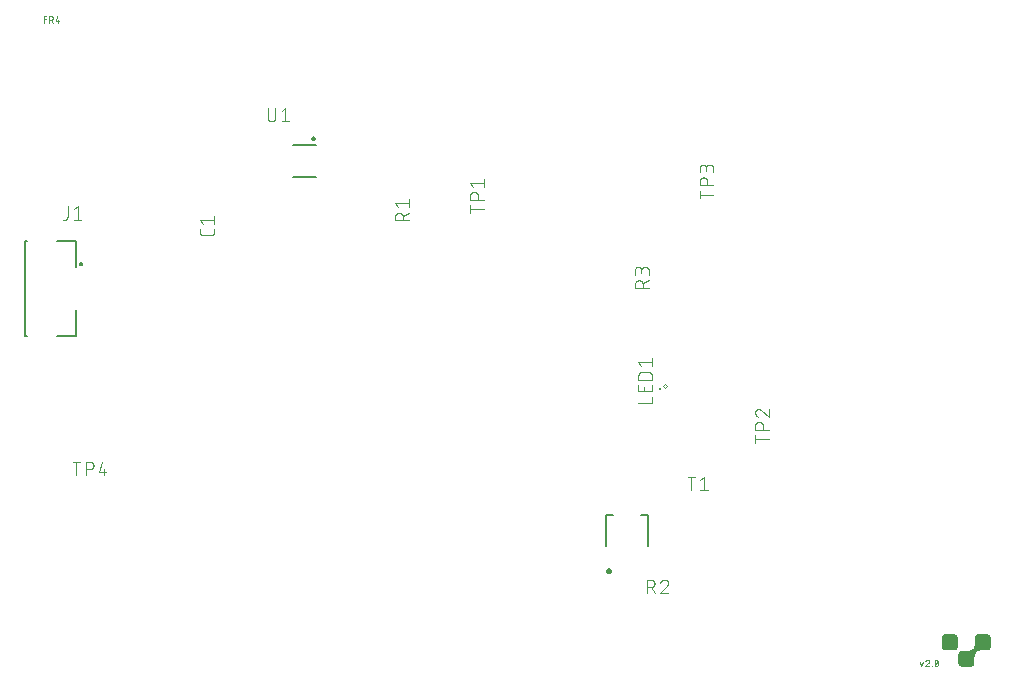
<source format=gto>
G04 EAGLE Gerber RS-274X export*
G75*
%MOMM*%
%FSLAX34Y34*%
%LPD*%
%INSilkscreen Top*%
%IPPOS*%
%AMOC8*
5,1,8,0,0,1.08239X$1,22.5*%
G01*
%ADD10C,0.076200*%
%ADD11C,0.200000*%
%ADD12C,0.127000*%
%ADD13C,0.101600*%
%ADD14C,0.240000*%
%ADD15C,0.063400*%
%ADD16C,0.250000*%

G36*
X805511Y10135D02*
X805511Y10135D01*
X805540Y10133D01*
X806197Y10220D01*
X806233Y10233D01*
X806293Y10245D01*
X806906Y10499D01*
X806936Y10521D01*
X806991Y10549D01*
X807518Y10952D01*
X807542Y10982D01*
X807588Y11022D01*
X807991Y11549D01*
X808007Y11583D01*
X808041Y11635D01*
X808295Y12247D01*
X808301Y12285D01*
X808319Y12338D01*
X808319Y12339D01*
X808320Y12343D01*
X808407Y13000D01*
X808405Y13022D01*
X808410Y13050D01*
X808410Y18111D01*
X808527Y19294D01*
X808866Y20414D01*
X809418Y21446D01*
X810160Y22350D01*
X811064Y23092D01*
X812096Y23644D01*
X813216Y23983D01*
X814399Y24100D01*
X819460Y24100D01*
X819481Y24105D01*
X819510Y24103D01*
X820167Y24190D01*
X820203Y24203D01*
X820263Y24215D01*
X820876Y24469D01*
X820906Y24491D01*
X820961Y24519D01*
X821488Y24922D01*
X821512Y24952D01*
X821558Y24992D01*
X821961Y25519D01*
X821977Y25553D01*
X822011Y25605D01*
X822265Y26217D01*
X822271Y26255D01*
X822290Y26313D01*
X822377Y26970D01*
X822375Y26992D01*
X822380Y27020D01*
X822380Y34640D01*
X822375Y34661D01*
X822377Y34690D01*
X822290Y35347D01*
X822277Y35383D01*
X822265Y35443D01*
X822011Y36056D01*
X821989Y36086D01*
X821961Y36141D01*
X821558Y36668D01*
X821528Y36692D01*
X821488Y36738D01*
X820961Y37141D01*
X820927Y37157D01*
X820876Y37191D01*
X820263Y37445D01*
X820226Y37451D01*
X820167Y37470D01*
X819510Y37557D01*
X819488Y37555D01*
X819460Y37560D01*
X811840Y37560D01*
X811819Y37555D01*
X811790Y37557D01*
X811133Y37470D01*
X811097Y37457D01*
X811037Y37445D01*
X810425Y37191D01*
X810394Y37169D01*
X810339Y37141D01*
X809812Y36738D01*
X809788Y36708D01*
X809742Y36668D01*
X809339Y36141D01*
X809323Y36107D01*
X809289Y36056D01*
X809035Y35443D01*
X809029Y35406D01*
X809010Y35347D01*
X808923Y34690D01*
X808925Y34668D01*
X808920Y34640D01*
X808920Y29579D01*
X808803Y28396D01*
X808464Y27276D01*
X807912Y26244D01*
X807170Y25340D01*
X806266Y24598D01*
X805234Y24046D01*
X804114Y23707D01*
X802931Y23590D01*
X797870Y23590D01*
X797849Y23585D01*
X797820Y23587D01*
X797163Y23500D01*
X797127Y23487D01*
X797067Y23475D01*
X796455Y23221D01*
X796424Y23199D01*
X796369Y23171D01*
X795842Y22768D01*
X795818Y22738D01*
X795772Y22698D01*
X795369Y22171D01*
X795353Y22137D01*
X795319Y22086D01*
X795065Y21473D01*
X795059Y21436D01*
X795040Y21377D01*
X794953Y20720D01*
X794955Y20698D01*
X794950Y20670D01*
X794950Y13050D01*
X794955Y13029D01*
X794953Y13000D01*
X795040Y12343D01*
X795047Y12323D01*
X795047Y12311D01*
X795055Y12296D01*
X795065Y12247D01*
X795319Y11635D01*
X795341Y11604D01*
X795369Y11549D01*
X795772Y11022D01*
X795777Y11019D01*
X795777Y11018D01*
X795784Y11013D01*
X795802Y10998D01*
X795842Y10952D01*
X796369Y10549D01*
X796403Y10533D01*
X796455Y10499D01*
X797067Y10245D01*
X797105Y10239D01*
X797163Y10220D01*
X797820Y10133D01*
X797842Y10135D01*
X797870Y10130D01*
X805490Y10130D01*
X805511Y10135D01*
G37*
G36*
X791541Y24105D02*
X791541Y24105D01*
X791570Y24103D01*
X792227Y24190D01*
X792263Y24203D01*
X792323Y24215D01*
X792936Y24469D01*
X792966Y24491D01*
X793021Y24519D01*
X793548Y24922D01*
X793572Y24952D01*
X793618Y24992D01*
X794021Y25519D01*
X794037Y25553D01*
X794071Y25605D01*
X794325Y26217D01*
X794331Y26255D01*
X794349Y26307D01*
X794349Y26309D01*
X794350Y26313D01*
X794437Y26970D01*
X794435Y26992D01*
X794440Y27020D01*
X794440Y34640D01*
X794435Y34661D01*
X794437Y34690D01*
X794350Y35347D01*
X794337Y35383D01*
X794325Y35443D01*
X794071Y36056D01*
X794049Y36086D01*
X794021Y36141D01*
X793618Y36668D01*
X793588Y36692D01*
X793548Y36738D01*
X793021Y37141D01*
X792987Y37157D01*
X792936Y37191D01*
X792323Y37445D01*
X792286Y37451D01*
X792227Y37470D01*
X791570Y37557D01*
X791548Y37555D01*
X791520Y37560D01*
X783900Y37560D01*
X783879Y37555D01*
X783850Y37557D01*
X783193Y37470D01*
X783157Y37457D01*
X783097Y37445D01*
X782485Y37191D01*
X782454Y37169D01*
X782399Y37141D01*
X781872Y36738D01*
X781848Y36708D01*
X781802Y36668D01*
X781399Y36141D01*
X781383Y36107D01*
X781349Y36056D01*
X781095Y35443D01*
X781089Y35406D01*
X781070Y35347D01*
X780983Y34690D01*
X780985Y34668D01*
X780980Y34640D01*
X780980Y27020D01*
X780985Y26999D01*
X780983Y26970D01*
X781070Y26313D01*
X781077Y26293D01*
X781077Y26281D01*
X781085Y26266D01*
X781095Y26217D01*
X781349Y25605D01*
X781371Y25574D01*
X781399Y25519D01*
X781802Y24992D01*
X781807Y24989D01*
X781807Y24988D01*
X781814Y24983D01*
X781832Y24968D01*
X781872Y24922D01*
X782399Y24519D01*
X782433Y24503D01*
X782485Y24469D01*
X783097Y24215D01*
X783135Y24209D01*
X783193Y24190D01*
X783850Y24103D01*
X783872Y24105D01*
X783900Y24100D01*
X791520Y24100D01*
X791541Y24105D01*
G37*
D10*
X762381Y13937D02*
X763566Y10381D01*
X764752Y13937D01*
X768652Y15715D02*
X768724Y15713D01*
X768796Y15707D01*
X768868Y15697D01*
X768939Y15684D01*
X769009Y15666D01*
X769078Y15645D01*
X769146Y15620D01*
X769212Y15592D01*
X769277Y15560D01*
X769340Y15524D01*
X769401Y15485D01*
X769459Y15443D01*
X769516Y15398D01*
X769569Y15349D01*
X769620Y15298D01*
X769669Y15245D01*
X769714Y15188D01*
X769756Y15130D01*
X769795Y15069D01*
X769831Y15006D01*
X769863Y14941D01*
X769891Y14875D01*
X769916Y14807D01*
X769937Y14738D01*
X769955Y14668D01*
X769968Y14597D01*
X769978Y14525D01*
X769984Y14453D01*
X769986Y14381D01*
X768652Y15715D02*
X768572Y15713D01*
X768493Y15708D01*
X768413Y15698D01*
X768335Y15685D01*
X768257Y15669D01*
X768179Y15649D01*
X768103Y15625D01*
X768028Y15597D01*
X767955Y15567D01*
X767883Y15533D01*
X767812Y15495D01*
X767744Y15454D01*
X767677Y15410D01*
X767612Y15364D01*
X767550Y15314D01*
X767490Y15261D01*
X767433Y15205D01*
X767378Y15147D01*
X767326Y15087D01*
X767277Y15024D01*
X767231Y14959D01*
X767188Y14892D01*
X767148Y14823D01*
X767112Y14752D01*
X767078Y14679D01*
X767049Y14605D01*
X767022Y14530D01*
X769541Y13344D02*
X769592Y13395D01*
X769640Y13449D01*
X769686Y13505D01*
X769729Y13564D01*
X769769Y13624D01*
X769805Y13687D01*
X769839Y13751D01*
X769869Y13817D01*
X769896Y13884D01*
X769919Y13953D01*
X769939Y14022D01*
X769956Y14093D01*
X769969Y14164D01*
X769978Y14236D01*
X769983Y14309D01*
X769985Y14381D01*
X769541Y13344D02*
X767022Y10381D01*
X769986Y10381D01*
X772196Y10381D02*
X772196Y10677D01*
X772493Y10677D01*
X772493Y10381D01*
X772196Y10381D01*
X774703Y13048D02*
X774705Y13173D01*
X774710Y13297D01*
X774719Y13421D01*
X774731Y13545D01*
X774747Y13669D01*
X774766Y13792D01*
X774789Y13915D01*
X774816Y14037D01*
X774845Y14158D01*
X774878Y14278D01*
X774915Y14397D01*
X774955Y14515D01*
X774998Y14632D01*
X775045Y14747D01*
X775095Y14862D01*
X775148Y14974D01*
X775171Y15035D01*
X775197Y15094D01*
X775227Y15152D01*
X775260Y15207D01*
X775297Y15261D01*
X775336Y15312D01*
X775378Y15361D01*
X775424Y15407D01*
X775472Y15451D01*
X775522Y15492D01*
X775575Y15529D01*
X775629Y15564D01*
X775686Y15595D01*
X775745Y15623D01*
X775805Y15647D01*
X775866Y15668D01*
X775928Y15685D01*
X775992Y15698D01*
X776056Y15707D01*
X776120Y15713D01*
X776185Y15715D01*
X776250Y15713D01*
X776314Y15707D01*
X776378Y15698D01*
X776442Y15685D01*
X776504Y15668D01*
X776565Y15647D01*
X776625Y15623D01*
X776684Y15595D01*
X776741Y15564D01*
X776795Y15529D01*
X776848Y15492D01*
X776898Y15451D01*
X776946Y15407D01*
X776992Y15361D01*
X777034Y15312D01*
X777073Y15261D01*
X777110Y15207D01*
X777143Y15152D01*
X777173Y15094D01*
X777199Y15035D01*
X777222Y14974D01*
X777275Y14862D01*
X777325Y14747D01*
X777372Y14632D01*
X777415Y14515D01*
X777455Y14397D01*
X777492Y14278D01*
X777525Y14158D01*
X777554Y14037D01*
X777581Y13915D01*
X777604Y13792D01*
X777623Y13669D01*
X777639Y13545D01*
X777651Y13421D01*
X777660Y13297D01*
X777665Y13173D01*
X777667Y13048D01*
X774703Y13048D02*
X774705Y12923D01*
X774710Y12799D01*
X774719Y12675D01*
X774731Y12551D01*
X774747Y12427D01*
X774766Y12304D01*
X774789Y12181D01*
X774816Y12060D01*
X774845Y11939D01*
X774878Y11818D01*
X774915Y11699D01*
X774955Y11581D01*
X774998Y11464D01*
X775045Y11349D01*
X775095Y11234D01*
X775148Y11122D01*
X775171Y11061D01*
X775197Y11002D01*
X775227Y10944D01*
X775260Y10889D01*
X775297Y10835D01*
X775336Y10784D01*
X775378Y10735D01*
X775424Y10689D01*
X775472Y10645D01*
X775522Y10604D01*
X775575Y10567D01*
X775629Y10532D01*
X775686Y10501D01*
X775745Y10473D01*
X775805Y10449D01*
X775866Y10428D01*
X775928Y10411D01*
X775992Y10398D01*
X776056Y10389D01*
X776120Y10383D01*
X776185Y10381D01*
X777222Y11122D02*
X777275Y11234D01*
X777325Y11349D01*
X777372Y11464D01*
X777415Y11581D01*
X777455Y11699D01*
X777492Y11818D01*
X777525Y11939D01*
X777554Y12060D01*
X777581Y12181D01*
X777604Y12304D01*
X777623Y12427D01*
X777639Y12551D01*
X777651Y12675D01*
X777660Y12799D01*
X777665Y12923D01*
X777667Y13048D01*
X777222Y11122D02*
X777199Y11061D01*
X777173Y11002D01*
X777143Y10944D01*
X777110Y10889D01*
X777073Y10835D01*
X777034Y10784D01*
X776992Y10735D01*
X776946Y10689D01*
X776898Y10645D01*
X776848Y10604D01*
X776795Y10567D01*
X776741Y10532D01*
X776684Y10501D01*
X776625Y10473D01*
X776565Y10449D01*
X776504Y10428D01*
X776442Y10411D01*
X776378Y10398D01*
X776314Y10389D01*
X776250Y10383D01*
X776185Y10381D01*
X775000Y11566D02*
X777370Y14530D01*
X20381Y555333D02*
X20381Y560667D01*
X22752Y560667D01*
X22752Y558296D02*
X20381Y558296D01*
X25167Y560667D02*
X25167Y555333D01*
X25167Y560667D02*
X26649Y560667D01*
X26725Y560665D01*
X26801Y560659D01*
X26877Y560649D01*
X26952Y560636D01*
X27026Y560618D01*
X27100Y560597D01*
X27172Y560572D01*
X27242Y560543D01*
X27312Y560511D01*
X27379Y560475D01*
X27444Y560435D01*
X27508Y560393D01*
X27569Y560347D01*
X27627Y560298D01*
X27683Y560246D01*
X27737Y560192D01*
X27787Y560134D01*
X27834Y560075D01*
X27879Y560012D01*
X27920Y559948D01*
X27957Y559882D01*
X27991Y559813D01*
X28022Y559743D01*
X28049Y559672D01*
X28072Y559599D01*
X28091Y559525D01*
X28107Y559451D01*
X28119Y559375D01*
X28127Y559299D01*
X28131Y559223D01*
X28131Y559147D01*
X28127Y559071D01*
X28119Y558995D01*
X28107Y558919D01*
X28091Y558845D01*
X28072Y558771D01*
X28049Y558698D01*
X28022Y558627D01*
X27991Y558557D01*
X27957Y558488D01*
X27920Y558422D01*
X27879Y558358D01*
X27834Y558295D01*
X27787Y558236D01*
X27737Y558178D01*
X27683Y558124D01*
X27627Y558072D01*
X27569Y558023D01*
X27508Y557977D01*
X27444Y557935D01*
X27379Y557895D01*
X27312Y557859D01*
X27242Y557827D01*
X27172Y557798D01*
X27100Y557773D01*
X27026Y557752D01*
X26952Y557734D01*
X26877Y557721D01*
X26801Y557711D01*
X26725Y557705D01*
X26649Y557703D01*
X26649Y557704D02*
X25167Y557704D01*
X26945Y557704D02*
X28131Y555333D01*
X30608Y556518D02*
X31794Y560667D01*
X30608Y556518D02*
X33572Y556518D01*
X32683Y555333D02*
X32683Y557704D01*
D11*
X247998Y457285D02*
X248000Y457348D01*
X248006Y457410D01*
X248016Y457472D01*
X248029Y457534D01*
X248047Y457594D01*
X248068Y457653D01*
X248093Y457711D01*
X248122Y457767D01*
X248154Y457821D01*
X248189Y457873D01*
X248227Y457922D01*
X248269Y457970D01*
X248313Y458014D01*
X248361Y458056D01*
X248410Y458094D01*
X248462Y458129D01*
X248516Y458161D01*
X248572Y458190D01*
X248630Y458215D01*
X248689Y458236D01*
X248749Y458254D01*
X248811Y458267D01*
X248873Y458277D01*
X248935Y458283D01*
X248998Y458285D01*
X249061Y458283D01*
X249123Y458277D01*
X249185Y458267D01*
X249247Y458254D01*
X249307Y458236D01*
X249366Y458215D01*
X249424Y458190D01*
X249480Y458161D01*
X249534Y458129D01*
X249586Y458094D01*
X249635Y458056D01*
X249683Y458014D01*
X249727Y457970D01*
X249769Y457922D01*
X249807Y457873D01*
X249842Y457821D01*
X249874Y457767D01*
X249903Y457711D01*
X249928Y457653D01*
X249949Y457594D01*
X249967Y457534D01*
X249980Y457472D01*
X249990Y457410D01*
X249996Y457348D01*
X249998Y457285D01*
X249996Y457222D01*
X249990Y457160D01*
X249980Y457098D01*
X249967Y457036D01*
X249949Y456976D01*
X249928Y456917D01*
X249903Y456859D01*
X249874Y456803D01*
X249842Y456749D01*
X249807Y456697D01*
X249769Y456648D01*
X249727Y456600D01*
X249683Y456556D01*
X249635Y456514D01*
X249586Y456476D01*
X249534Y456441D01*
X249480Y456409D01*
X249424Y456380D01*
X249366Y456355D01*
X249307Y456334D01*
X249247Y456316D01*
X249185Y456303D01*
X249123Y456293D01*
X249061Y456287D01*
X248998Y456285D01*
X248935Y456287D01*
X248873Y456293D01*
X248811Y456303D01*
X248749Y456316D01*
X248689Y456334D01*
X248630Y456355D01*
X248572Y456380D01*
X248516Y456409D01*
X248462Y456441D01*
X248410Y456476D01*
X248361Y456514D01*
X248313Y456556D01*
X248269Y456600D01*
X248227Y456648D01*
X248189Y456697D01*
X248154Y456749D01*
X248122Y456803D01*
X248093Y456859D01*
X248068Y456917D01*
X248047Y456976D01*
X248029Y457036D01*
X248016Y457098D01*
X248006Y457160D01*
X248000Y457222D01*
X247998Y457285D01*
D12*
X251300Y451850D02*
X231300Y451850D01*
X231300Y424450D02*
X251300Y424450D01*
D13*
X210058Y474924D02*
X210058Y483362D01*
X210058Y474924D02*
X210060Y474811D01*
X210066Y474698D01*
X210076Y474585D01*
X210090Y474472D01*
X210107Y474360D01*
X210129Y474249D01*
X210154Y474139D01*
X210184Y474029D01*
X210217Y473921D01*
X210254Y473814D01*
X210294Y473708D01*
X210339Y473604D01*
X210387Y473501D01*
X210438Y473400D01*
X210493Y473301D01*
X210551Y473204D01*
X210613Y473109D01*
X210678Y473016D01*
X210746Y472926D01*
X210817Y472838D01*
X210892Y472752D01*
X210969Y472669D01*
X211049Y472589D01*
X211132Y472512D01*
X211218Y472437D01*
X211306Y472366D01*
X211396Y472298D01*
X211489Y472233D01*
X211584Y472171D01*
X211681Y472113D01*
X211780Y472058D01*
X211881Y472007D01*
X211984Y471959D01*
X212088Y471914D01*
X212194Y471874D01*
X212301Y471837D01*
X212409Y471804D01*
X212519Y471774D01*
X212629Y471749D01*
X212740Y471727D01*
X212852Y471710D01*
X212965Y471696D01*
X213078Y471686D01*
X213191Y471680D01*
X213304Y471678D01*
X213417Y471680D01*
X213530Y471686D01*
X213643Y471696D01*
X213756Y471710D01*
X213868Y471727D01*
X213979Y471749D01*
X214089Y471774D01*
X214199Y471804D01*
X214307Y471837D01*
X214414Y471874D01*
X214520Y471914D01*
X214624Y471959D01*
X214727Y472007D01*
X214828Y472058D01*
X214927Y472113D01*
X215024Y472171D01*
X215119Y472233D01*
X215212Y472298D01*
X215302Y472366D01*
X215390Y472437D01*
X215476Y472512D01*
X215559Y472589D01*
X215639Y472669D01*
X215716Y472752D01*
X215791Y472838D01*
X215862Y472926D01*
X215930Y473016D01*
X215995Y473109D01*
X216057Y473204D01*
X216115Y473301D01*
X216170Y473400D01*
X216221Y473501D01*
X216269Y473604D01*
X216314Y473708D01*
X216354Y473814D01*
X216391Y473921D01*
X216424Y474029D01*
X216454Y474139D01*
X216479Y474249D01*
X216501Y474360D01*
X216518Y474472D01*
X216532Y474585D01*
X216542Y474698D01*
X216548Y474811D01*
X216550Y474924D01*
X216549Y474924D02*
X216549Y483362D01*
X221869Y480766D02*
X225115Y483362D01*
X225115Y471678D01*
X228360Y471678D02*
X221869Y471678D01*
X318008Y387858D02*
X329692Y387858D01*
X318008Y387858D02*
X318008Y391104D01*
X318010Y391217D01*
X318016Y391330D01*
X318026Y391443D01*
X318040Y391556D01*
X318057Y391668D01*
X318079Y391779D01*
X318104Y391889D01*
X318134Y391999D01*
X318167Y392107D01*
X318204Y392214D01*
X318244Y392320D01*
X318289Y392424D01*
X318337Y392527D01*
X318388Y392628D01*
X318443Y392727D01*
X318501Y392824D01*
X318563Y392919D01*
X318628Y393012D01*
X318696Y393102D01*
X318767Y393190D01*
X318842Y393276D01*
X318919Y393359D01*
X318999Y393439D01*
X319082Y393516D01*
X319168Y393591D01*
X319256Y393662D01*
X319346Y393730D01*
X319439Y393795D01*
X319534Y393857D01*
X319631Y393915D01*
X319730Y393970D01*
X319831Y394021D01*
X319934Y394069D01*
X320038Y394114D01*
X320144Y394154D01*
X320251Y394191D01*
X320359Y394224D01*
X320469Y394254D01*
X320579Y394279D01*
X320690Y394301D01*
X320802Y394318D01*
X320915Y394332D01*
X321028Y394342D01*
X321141Y394348D01*
X321254Y394350D01*
X321367Y394348D01*
X321480Y394342D01*
X321593Y394332D01*
X321706Y394318D01*
X321818Y394301D01*
X321929Y394279D01*
X322039Y394254D01*
X322149Y394224D01*
X322257Y394191D01*
X322364Y394154D01*
X322470Y394114D01*
X322574Y394069D01*
X322677Y394021D01*
X322778Y393970D01*
X322877Y393915D01*
X322974Y393857D01*
X323069Y393795D01*
X323162Y393730D01*
X323252Y393662D01*
X323340Y393591D01*
X323426Y393516D01*
X323509Y393439D01*
X323589Y393359D01*
X323666Y393276D01*
X323741Y393190D01*
X323812Y393102D01*
X323880Y393012D01*
X323945Y392919D01*
X324007Y392824D01*
X324065Y392727D01*
X324120Y392628D01*
X324171Y392527D01*
X324219Y392424D01*
X324264Y392320D01*
X324304Y392214D01*
X324341Y392107D01*
X324374Y391999D01*
X324404Y391889D01*
X324429Y391779D01*
X324451Y391668D01*
X324468Y391556D01*
X324482Y391443D01*
X324492Y391330D01*
X324498Y391217D01*
X324500Y391104D01*
X324499Y391104D02*
X324499Y387858D01*
X324499Y391753D02*
X329692Y394349D01*
X320604Y399214D02*
X318008Y402460D01*
X329692Y402460D01*
X329692Y405705D02*
X329692Y399214D01*
X164592Y380351D02*
X164592Y377754D01*
X164590Y377655D01*
X164584Y377555D01*
X164575Y377456D01*
X164562Y377358D01*
X164545Y377260D01*
X164524Y377162D01*
X164499Y377066D01*
X164471Y376971D01*
X164439Y376877D01*
X164404Y376784D01*
X164365Y376692D01*
X164322Y376602D01*
X164277Y376514D01*
X164227Y376427D01*
X164175Y376343D01*
X164119Y376260D01*
X164061Y376180D01*
X163999Y376102D01*
X163934Y376027D01*
X163866Y375954D01*
X163796Y375884D01*
X163723Y375816D01*
X163648Y375751D01*
X163570Y375689D01*
X163490Y375631D01*
X163407Y375575D01*
X163323Y375523D01*
X163236Y375473D01*
X163148Y375428D01*
X163058Y375385D01*
X162966Y375346D01*
X162873Y375311D01*
X162779Y375279D01*
X162684Y375251D01*
X162588Y375226D01*
X162490Y375205D01*
X162392Y375188D01*
X162294Y375175D01*
X162195Y375166D01*
X162095Y375160D01*
X161996Y375158D01*
X155504Y375158D01*
X155405Y375160D01*
X155305Y375166D01*
X155206Y375175D01*
X155108Y375188D01*
X155010Y375206D01*
X154912Y375226D01*
X154816Y375251D01*
X154720Y375279D01*
X154626Y375311D01*
X154533Y375346D01*
X154442Y375385D01*
X154352Y375428D01*
X154263Y375473D01*
X154177Y375523D01*
X154092Y375575D01*
X154010Y375631D01*
X153930Y375690D01*
X153852Y375751D01*
X153776Y375816D01*
X153703Y375884D01*
X153633Y375954D01*
X153565Y376027D01*
X153500Y376103D01*
X153439Y376181D01*
X153380Y376261D01*
X153324Y376343D01*
X153272Y376428D01*
X153223Y376514D01*
X153177Y376603D01*
X153134Y376693D01*
X153095Y376784D01*
X153060Y376877D01*
X153028Y376971D01*
X153000Y377067D01*
X152975Y377163D01*
X152955Y377261D01*
X152937Y377359D01*
X152924Y377457D01*
X152915Y377556D01*
X152909Y377655D01*
X152907Y377755D01*
X152908Y377754D02*
X152908Y380351D01*
X155504Y384716D02*
X152908Y387962D01*
X164592Y387962D01*
X164592Y391207D02*
X164592Y384716D01*
D12*
X496350Y138650D02*
X496350Y112150D01*
X496350Y138650D02*
X502350Y138650D01*
X532350Y138650D02*
X532350Y112150D01*
X532350Y138650D02*
X526350Y138650D01*
D14*
X497570Y91193D02*
X497572Y91262D01*
X497578Y91331D01*
X497588Y91399D01*
X497602Y91467D01*
X497619Y91534D01*
X497641Y91600D01*
X497666Y91664D01*
X497695Y91727D01*
X497728Y91788D01*
X497764Y91847D01*
X497803Y91904D01*
X497846Y91958D01*
X497891Y92010D01*
X497940Y92060D01*
X497991Y92106D01*
X498045Y92149D01*
X498102Y92190D01*
X498160Y92226D01*
X498221Y92260D01*
X498283Y92290D01*
X498347Y92316D01*
X498412Y92338D01*
X498479Y92357D01*
X498547Y92372D01*
X498615Y92383D01*
X498684Y92390D01*
X498753Y92393D01*
X498822Y92392D01*
X498891Y92387D01*
X498959Y92378D01*
X499027Y92365D01*
X499094Y92348D01*
X499161Y92328D01*
X499225Y92303D01*
X499288Y92275D01*
X499350Y92244D01*
X499409Y92208D01*
X499467Y92170D01*
X499522Y92128D01*
X499575Y92083D01*
X499625Y92035D01*
X499672Y91985D01*
X499716Y91931D01*
X499757Y91876D01*
X499795Y91818D01*
X499829Y91758D01*
X499860Y91696D01*
X499887Y91632D01*
X499910Y91567D01*
X499930Y91501D01*
X499946Y91433D01*
X499958Y91365D01*
X499966Y91297D01*
X499970Y91228D01*
X499970Y91158D01*
X499966Y91089D01*
X499958Y91021D01*
X499946Y90953D01*
X499930Y90885D01*
X499910Y90819D01*
X499887Y90754D01*
X499860Y90690D01*
X499829Y90628D01*
X499795Y90568D01*
X499757Y90510D01*
X499716Y90455D01*
X499672Y90401D01*
X499625Y90351D01*
X499575Y90303D01*
X499522Y90258D01*
X499467Y90216D01*
X499409Y90178D01*
X499350Y90142D01*
X499288Y90111D01*
X499225Y90083D01*
X499161Y90058D01*
X499094Y90038D01*
X499027Y90021D01*
X498959Y90008D01*
X498891Y89999D01*
X498822Y89994D01*
X498753Y89993D01*
X498684Y89996D01*
X498615Y90003D01*
X498547Y90014D01*
X498479Y90029D01*
X498412Y90048D01*
X498347Y90070D01*
X498283Y90096D01*
X498221Y90126D01*
X498160Y90160D01*
X498102Y90196D01*
X498045Y90237D01*
X497991Y90280D01*
X497940Y90326D01*
X497891Y90376D01*
X497846Y90428D01*
X497803Y90482D01*
X497764Y90539D01*
X497728Y90598D01*
X497695Y90659D01*
X497666Y90722D01*
X497641Y90786D01*
X497619Y90852D01*
X497602Y90919D01*
X497588Y90987D01*
X497578Y91055D01*
X497572Y91124D01*
X497570Y91193D01*
D13*
X531154Y83708D02*
X531154Y72022D01*
X531154Y83708D02*
X534400Y83708D01*
X534513Y83706D01*
X534626Y83700D01*
X534739Y83690D01*
X534852Y83676D01*
X534964Y83659D01*
X535075Y83637D01*
X535185Y83612D01*
X535295Y83582D01*
X535403Y83549D01*
X535510Y83512D01*
X535616Y83472D01*
X535720Y83427D01*
X535823Y83379D01*
X535924Y83328D01*
X536023Y83273D01*
X536120Y83215D01*
X536215Y83153D01*
X536308Y83088D01*
X536398Y83020D01*
X536486Y82949D01*
X536572Y82874D01*
X536655Y82797D01*
X536735Y82717D01*
X536812Y82634D01*
X536887Y82548D01*
X536958Y82460D01*
X537026Y82370D01*
X537091Y82277D01*
X537153Y82182D01*
X537211Y82085D01*
X537266Y81986D01*
X537317Y81885D01*
X537365Y81782D01*
X537410Y81678D01*
X537450Y81572D01*
X537487Y81465D01*
X537520Y81357D01*
X537550Y81247D01*
X537575Y81137D01*
X537597Y81026D01*
X537614Y80914D01*
X537628Y80801D01*
X537638Y80688D01*
X537644Y80575D01*
X537646Y80462D01*
X537644Y80349D01*
X537638Y80236D01*
X537628Y80123D01*
X537614Y80010D01*
X537597Y79898D01*
X537575Y79787D01*
X537550Y79677D01*
X537520Y79567D01*
X537487Y79459D01*
X537450Y79352D01*
X537410Y79246D01*
X537365Y79142D01*
X537317Y79039D01*
X537266Y78938D01*
X537211Y78839D01*
X537153Y78742D01*
X537091Y78647D01*
X537026Y78554D01*
X536958Y78464D01*
X536887Y78376D01*
X536812Y78290D01*
X536735Y78207D01*
X536655Y78127D01*
X536572Y78050D01*
X536486Y77975D01*
X536398Y77904D01*
X536308Y77836D01*
X536215Y77771D01*
X536120Y77709D01*
X536023Y77651D01*
X535924Y77596D01*
X535823Y77545D01*
X535720Y77497D01*
X535616Y77452D01*
X535510Y77412D01*
X535403Y77375D01*
X535295Y77342D01*
X535185Y77312D01*
X535075Y77287D01*
X534964Y77265D01*
X534852Y77248D01*
X534739Y77234D01*
X534626Y77224D01*
X534513Y77218D01*
X534400Y77216D01*
X531154Y77216D01*
X535049Y77216D02*
X537646Y72022D01*
X549005Y80787D02*
X549003Y80894D01*
X548997Y81000D01*
X548987Y81107D01*
X548974Y81212D01*
X548956Y81318D01*
X548935Y81422D01*
X548910Y81526D01*
X548881Y81629D01*
X548848Y81730D01*
X548812Y81831D01*
X548772Y81930D01*
X548729Y82027D01*
X548682Y82123D01*
X548631Y82217D01*
X548577Y82309D01*
X548520Y82399D01*
X548459Y82487D01*
X548396Y82573D01*
X548329Y82656D01*
X548259Y82737D01*
X548187Y82815D01*
X548111Y82891D01*
X548033Y82963D01*
X547952Y83033D01*
X547869Y83100D01*
X547783Y83163D01*
X547695Y83224D01*
X547605Y83281D01*
X547513Y83335D01*
X547419Y83386D01*
X547323Y83433D01*
X547226Y83476D01*
X547127Y83516D01*
X547026Y83552D01*
X546925Y83585D01*
X546822Y83614D01*
X546718Y83639D01*
X546614Y83660D01*
X546508Y83678D01*
X546403Y83691D01*
X546296Y83701D01*
X546190Y83707D01*
X546083Y83709D01*
X546083Y83708D02*
X545962Y83706D01*
X545841Y83700D01*
X545721Y83690D01*
X545600Y83677D01*
X545481Y83659D01*
X545361Y83638D01*
X545243Y83613D01*
X545126Y83584D01*
X545009Y83551D01*
X544894Y83515D01*
X544780Y83474D01*
X544667Y83431D01*
X544555Y83383D01*
X544446Y83332D01*
X544338Y83277D01*
X544231Y83219D01*
X544127Y83158D01*
X544025Y83093D01*
X543925Y83025D01*
X543827Y82954D01*
X543731Y82880D01*
X543638Y82803D01*
X543548Y82722D01*
X543460Y82639D01*
X543375Y82553D01*
X543292Y82464D01*
X543213Y82373D01*
X543136Y82279D01*
X543063Y82183D01*
X542993Y82085D01*
X542926Y81984D01*
X542862Y81881D01*
X542802Y81776D01*
X542745Y81669D01*
X542691Y81561D01*
X542641Y81451D01*
X542595Y81339D01*
X542552Y81226D01*
X542513Y81111D01*
X548030Y78515D02*
X548109Y78592D01*
X548185Y78673D01*
X548258Y78755D01*
X548328Y78841D01*
X548395Y78929D01*
X548459Y79019D01*
X548519Y79111D01*
X548576Y79206D01*
X548630Y79302D01*
X548681Y79400D01*
X548728Y79500D01*
X548772Y79602D01*
X548812Y79705D01*
X548848Y79809D01*
X548880Y79915D01*
X548909Y80021D01*
X548934Y80129D01*
X548956Y80237D01*
X548973Y80347D01*
X548987Y80456D01*
X548996Y80566D01*
X549002Y80677D01*
X549004Y80787D01*
X548030Y78515D02*
X542512Y72022D01*
X549004Y72022D01*
X568904Y159258D02*
X568904Y170942D01*
X572149Y170942D02*
X565658Y170942D01*
X576326Y168346D02*
X579572Y170942D01*
X579572Y159258D01*
X582817Y159258D02*
X576326Y159258D01*
D15*
X546350Y245900D02*
X544600Y247650D01*
X546100Y249150D01*
X547850Y247400D01*
X546350Y245900D01*
D16*
X542100Y244900D03*
D13*
X535592Y233158D02*
X523908Y233158D01*
X535592Y233158D02*
X535592Y238351D01*
X535592Y243064D02*
X535592Y248257D01*
X535592Y243064D02*
X523908Y243064D01*
X523908Y248257D01*
X529101Y246959D02*
X529101Y243064D01*
X523908Y252947D02*
X535592Y252947D01*
X523908Y252947D02*
X523908Y256193D01*
X523910Y256306D01*
X523916Y256419D01*
X523926Y256532D01*
X523940Y256645D01*
X523957Y256757D01*
X523979Y256868D01*
X524004Y256978D01*
X524034Y257088D01*
X524067Y257196D01*
X524104Y257303D01*
X524144Y257409D01*
X524189Y257513D01*
X524237Y257616D01*
X524288Y257717D01*
X524343Y257816D01*
X524401Y257913D01*
X524463Y258008D01*
X524528Y258101D01*
X524596Y258191D01*
X524667Y258279D01*
X524742Y258365D01*
X524819Y258448D01*
X524899Y258528D01*
X524982Y258605D01*
X525068Y258680D01*
X525156Y258751D01*
X525246Y258819D01*
X525339Y258884D01*
X525434Y258946D01*
X525531Y259004D01*
X525630Y259059D01*
X525731Y259110D01*
X525834Y259158D01*
X525938Y259203D01*
X526044Y259243D01*
X526151Y259280D01*
X526259Y259313D01*
X526369Y259343D01*
X526479Y259368D01*
X526590Y259390D01*
X526702Y259407D01*
X526815Y259421D01*
X526928Y259431D01*
X527041Y259437D01*
X527154Y259439D01*
X532346Y259439D01*
X532459Y259437D01*
X532572Y259431D01*
X532685Y259421D01*
X532798Y259407D01*
X532910Y259390D01*
X533021Y259368D01*
X533131Y259343D01*
X533241Y259313D01*
X533349Y259280D01*
X533456Y259243D01*
X533562Y259203D01*
X533666Y259158D01*
X533769Y259110D01*
X533870Y259059D01*
X533969Y259004D01*
X534066Y258946D01*
X534161Y258884D01*
X534254Y258819D01*
X534344Y258751D01*
X534432Y258680D01*
X534518Y258605D01*
X534601Y258528D01*
X534681Y258448D01*
X534758Y258365D01*
X534833Y258279D01*
X534904Y258191D01*
X534972Y258101D01*
X535037Y258008D01*
X535099Y257913D01*
X535157Y257816D01*
X535212Y257717D01*
X535263Y257616D01*
X535311Y257513D01*
X535356Y257409D01*
X535396Y257303D01*
X535433Y257196D01*
X535466Y257088D01*
X535496Y256978D01*
X535521Y256868D01*
X535543Y256757D01*
X535560Y256645D01*
X535574Y256532D01*
X535584Y256419D01*
X535590Y256306D01*
X535592Y256193D01*
X535592Y252947D01*
X526504Y264758D02*
X523908Y268004D01*
X535592Y268004D01*
X535592Y271249D02*
X535592Y264758D01*
X532892Y330708D02*
X521208Y330708D01*
X521208Y333954D01*
X521210Y334067D01*
X521216Y334180D01*
X521226Y334293D01*
X521240Y334406D01*
X521257Y334518D01*
X521279Y334629D01*
X521304Y334739D01*
X521334Y334849D01*
X521367Y334957D01*
X521404Y335064D01*
X521444Y335170D01*
X521489Y335274D01*
X521537Y335377D01*
X521588Y335478D01*
X521643Y335577D01*
X521701Y335674D01*
X521763Y335769D01*
X521828Y335862D01*
X521896Y335952D01*
X521967Y336040D01*
X522042Y336126D01*
X522119Y336209D01*
X522199Y336289D01*
X522282Y336366D01*
X522368Y336441D01*
X522456Y336512D01*
X522546Y336580D01*
X522639Y336645D01*
X522734Y336707D01*
X522831Y336765D01*
X522930Y336820D01*
X523031Y336871D01*
X523134Y336919D01*
X523238Y336964D01*
X523344Y337004D01*
X523451Y337041D01*
X523559Y337074D01*
X523669Y337104D01*
X523779Y337129D01*
X523890Y337151D01*
X524002Y337168D01*
X524115Y337182D01*
X524228Y337192D01*
X524341Y337198D01*
X524454Y337200D01*
X524567Y337198D01*
X524680Y337192D01*
X524793Y337182D01*
X524906Y337168D01*
X525018Y337151D01*
X525129Y337129D01*
X525239Y337104D01*
X525349Y337074D01*
X525457Y337041D01*
X525564Y337004D01*
X525670Y336964D01*
X525774Y336919D01*
X525877Y336871D01*
X525978Y336820D01*
X526077Y336765D01*
X526174Y336707D01*
X526269Y336645D01*
X526362Y336580D01*
X526452Y336512D01*
X526540Y336441D01*
X526626Y336366D01*
X526709Y336289D01*
X526789Y336209D01*
X526866Y336126D01*
X526941Y336040D01*
X527012Y335952D01*
X527080Y335862D01*
X527145Y335769D01*
X527207Y335674D01*
X527265Y335577D01*
X527320Y335478D01*
X527371Y335377D01*
X527419Y335274D01*
X527464Y335170D01*
X527504Y335064D01*
X527541Y334957D01*
X527574Y334849D01*
X527604Y334739D01*
X527629Y334629D01*
X527651Y334518D01*
X527668Y334406D01*
X527682Y334293D01*
X527692Y334180D01*
X527698Y334067D01*
X527700Y333954D01*
X527699Y333954D02*
X527699Y330708D01*
X527699Y334603D02*
X532892Y337199D01*
X532892Y342064D02*
X532892Y345310D01*
X532890Y345423D01*
X532884Y345536D01*
X532874Y345649D01*
X532860Y345762D01*
X532843Y345874D01*
X532821Y345985D01*
X532796Y346095D01*
X532766Y346205D01*
X532733Y346313D01*
X532696Y346420D01*
X532656Y346526D01*
X532611Y346630D01*
X532563Y346733D01*
X532512Y346834D01*
X532457Y346933D01*
X532399Y347030D01*
X532337Y347125D01*
X532272Y347218D01*
X532204Y347308D01*
X532133Y347396D01*
X532058Y347482D01*
X531981Y347565D01*
X531901Y347645D01*
X531818Y347722D01*
X531732Y347797D01*
X531644Y347868D01*
X531554Y347936D01*
X531461Y348001D01*
X531366Y348063D01*
X531269Y348121D01*
X531170Y348176D01*
X531069Y348227D01*
X530966Y348275D01*
X530862Y348320D01*
X530756Y348360D01*
X530649Y348397D01*
X530541Y348430D01*
X530431Y348460D01*
X530321Y348485D01*
X530210Y348507D01*
X530098Y348524D01*
X529985Y348538D01*
X529872Y348548D01*
X529759Y348554D01*
X529646Y348556D01*
X529533Y348554D01*
X529420Y348548D01*
X529307Y348538D01*
X529194Y348524D01*
X529082Y348507D01*
X528971Y348485D01*
X528861Y348460D01*
X528751Y348430D01*
X528643Y348397D01*
X528536Y348360D01*
X528430Y348320D01*
X528326Y348275D01*
X528223Y348227D01*
X528122Y348176D01*
X528023Y348121D01*
X527926Y348063D01*
X527831Y348001D01*
X527738Y347936D01*
X527648Y347868D01*
X527560Y347797D01*
X527474Y347722D01*
X527391Y347645D01*
X527311Y347565D01*
X527234Y347482D01*
X527159Y347396D01*
X527088Y347308D01*
X527020Y347218D01*
X526955Y347125D01*
X526893Y347030D01*
X526835Y346933D01*
X526780Y346834D01*
X526729Y346733D01*
X526681Y346630D01*
X526636Y346526D01*
X526596Y346420D01*
X526559Y346313D01*
X526526Y346205D01*
X526496Y346095D01*
X526471Y345985D01*
X526449Y345874D01*
X526432Y345762D01*
X526418Y345649D01*
X526408Y345536D01*
X526402Y345423D01*
X526400Y345310D01*
X521208Y345959D02*
X521208Y342064D01*
X521208Y345959D02*
X521210Y346060D01*
X521216Y346160D01*
X521226Y346260D01*
X521239Y346360D01*
X521257Y346459D01*
X521278Y346558D01*
X521303Y346655D01*
X521332Y346752D01*
X521365Y346847D01*
X521401Y346941D01*
X521441Y347033D01*
X521484Y347124D01*
X521531Y347213D01*
X521581Y347300D01*
X521635Y347386D01*
X521692Y347469D01*
X521752Y347549D01*
X521815Y347628D01*
X521882Y347704D01*
X521951Y347777D01*
X522023Y347847D01*
X522097Y347915D01*
X522174Y347980D01*
X522254Y348041D01*
X522336Y348100D01*
X522420Y348155D01*
X522506Y348207D01*
X522594Y348256D01*
X522684Y348301D01*
X522776Y348343D01*
X522869Y348381D01*
X522964Y348415D01*
X523059Y348446D01*
X523156Y348473D01*
X523254Y348496D01*
X523353Y348516D01*
X523453Y348531D01*
X523553Y348543D01*
X523653Y348551D01*
X523754Y348555D01*
X523854Y348555D01*
X523955Y348551D01*
X524055Y348543D01*
X524155Y348531D01*
X524255Y348516D01*
X524354Y348496D01*
X524452Y348473D01*
X524549Y348446D01*
X524644Y348415D01*
X524739Y348381D01*
X524832Y348343D01*
X524924Y348301D01*
X525014Y348256D01*
X525102Y348207D01*
X525188Y348155D01*
X525272Y348100D01*
X525354Y348041D01*
X525434Y347980D01*
X525511Y347915D01*
X525585Y347847D01*
X525657Y347777D01*
X525726Y347704D01*
X525793Y347628D01*
X525856Y347549D01*
X525916Y347469D01*
X525973Y347386D01*
X526027Y347300D01*
X526077Y347213D01*
X526124Y347124D01*
X526167Y347033D01*
X526207Y346941D01*
X526243Y346847D01*
X526276Y346752D01*
X526305Y346655D01*
X526330Y346558D01*
X526351Y346459D01*
X526369Y346360D01*
X526382Y346260D01*
X526392Y346160D01*
X526398Y346060D01*
X526400Y345959D01*
X526401Y345959D02*
X526401Y343363D01*
D12*
X6350Y370700D02*
X4550Y370700D01*
X4550Y289700D01*
X6350Y289700D01*
X31750Y370700D02*
X47550Y370700D01*
X47550Y348400D01*
X47550Y312000D02*
X47550Y289700D01*
X31750Y289700D01*
D11*
X51050Y351200D02*
X51052Y351263D01*
X51058Y351325D01*
X51068Y351387D01*
X51081Y351449D01*
X51099Y351509D01*
X51120Y351568D01*
X51145Y351626D01*
X51174Y351682D01*
X51206Y351736D01*
X51241Y351788D01*
X51279Y351837D01*
X51321Y351885D01*
X51365Y351929D01*
X51413Y351971D01*
X51462Y352009D01*
X51514Y352044D01*
X51568Y352076D01*
X51624Y352105D01*
X51682Y352130D01*
X51741Y352151D01*
X51801Y352169D01*
X51863Y352182D01*
X51925Y352192D01*
X51987Y352198D01*
X52050Y352200D01*
X52113Y352198D01*
X52175Y352192D01*
X52237Y352182D01*
X52299Y352169D01*
X52359Y352151D01*
X52418Y352130D01*
X52476Y352105D01*
X52532Y352076D01*
X52586Y352044D01*
X52638Y352009D01*
X52687Y351971D01*
X52735Y351929D01*
X52779Y351885D01*
X52821Y351837D01*
X52859Y351788D01*
X52894Y351736D01*
X52926Y351682D01*
X52955Y351626D01*
X52980Y351568D01*
X53001Y351509D01*
X53019Y351449D01*
X53032Y351387D01*
X53042Y351325D01*
X53048Y351263D01*
X53050Y351200D01*
X53048Y351137D01*
X53042Y351075D01*
X53032Y351013D01*
X53019Y350951D01*
X53001Y350891D01*
X52980Y350832D01*
X52955Y350774D01*
X52926Y350718D01*
X52894Y350664D01*
X52859Y350612D01*
X52821Y350563D01*
X52779Y350515D01*
X52735Y350471D01*
X52687Y350429D01*
X52638Y350391D01*
X52586Y350356D01*
X52532Y350324D01*
X52476Y350295D01*
X52418Y350270D01*
X52359Y350249D01*
X52299Y350231D01*
X52237Y350218D01*
X52175Y350208D01*
X52113Y350202D01*
X52050Y350200D01*
X51987Y350202D01*
X51925Y350208D01*
X51863Y350218D01*
X51801Y350231D01*
X51741Y350249D01*
X51682Y350270D01*
X51624Y350295D01*
X51568Y350324D01*
X51514Y350356D01*
X51462Y350391D01*
X51413Y350429D01*
X51365Y350471D01*
X51321Y350515D01*
X51279Y350563D01*
X51241Y350612D01*
X51206Y350664D01*
X51174Y350718D01*
X51145Y350774D01*
X51120Y350832D01*
X51099Y350891D01*
X51081Y350951D01*
X51068Y351013D01*
X51058Y351075D01*
X51052Y351137D01*
X51050Y351200D01*
D13*
X40603Y390654D02*
X40603Y399742D01*
X40602Y390654D02*
X40600Y390555D01*
X40594Y390455D01*
X40585Y390356D01*
X40572Y390258D01*
X40555Y390160D01*
X40534Y390062D01*
X40509Y389966D01*
X40481Y389871D01*
X40449Y389777D01*
X40414Y389684D01*
X40375Y389592D01*
X40332Y389502D01*
X40287Y389414D01*
X40237Y389327D01*
X40185Y389243D01*
X40129Y389160D01*
X40071Y389080D01*
X40009Y389002D01*
X39944Y388927D01*
X39876Y388854D01*
X39806Y388784D01*
X39733Y388716D01*
X39658Y388651D01*
X39580Y388589D01*
X39500Y388531D01*
X39417Y388475D01*
X39333Y388423D01*
X39246Y388373D01*
X39158Y388328D01*
X39068Y388285D01*
X38976Y388246D01*
X38883Y388211D01*
X38789Y388179D01*
X38694Y388151D01*
X38598Y388126D01*
X38500Y388105D01*
X38402Y388088D01*
X38304Y388075D01*
X38205Y388066D01*
X38105Y388060D01*
X38006Y388058D01*
X36708Y388058D01*
X45876Y397146D02*
X49122Y399742D01*
X49122Y388058D01*
X52367Y388058D02*
X45876Y388058D01*
X575818Y409759D02*
X587502Y409759D01*
X575818Y406513D02*
X575818Y413004D01*
X575818Y417731D02*
X587502Y417731D01*
X575818Y417731D02*
X575818Y420977D01*
X575820Y421090D01*
X575826Y421203D01*
X575836Y421316D01*
X575850Y421429D01*
X575867Y421541D01*
X575889Y421652D01*
X575914Y421762D01*
X575944Y421872D01*
X575977Y421980D01*
X576014Y422087D01*
X576054Y422193D01*
X576099Y422297D01*
X576147Y422400D01*
X576198Y422501D01*
X576253Y422600D01*
X576311Y422697D01*
X576373Y422792D01*
X576438Y422885D01*
X576506Y422975D01*
X576577Y423063D01*
X576652Y423149D01*
X576729Y423232D01*
X576809Y423312D01*
X576892Y423389D01*
X576978Y423464D01*
X577066Y423535D01*
X577156Y423603D01*
X577249Y423668D01*
X577344Y423730D01*
X577441Y423788D01*
X577540Y423843D01*
X577641Y423894D01*
X577744Y423942D01*
X577848Y423987D01*
X577954Y424027D01*
X578061Y424064D01*
X578169Y424097D01*
X578279Y424127D01*
X578389Y424152D01*
X578500Y424174D01*
X578612Y424191D01*
X578725Y424205D01*
X578838Y424215D01*
X578951Y424221D01*
X579064Y424223D01*
X579177Y424221D01*
X579290Y424215D01*
X579403Y424205D01*
X579516Y424191D01*
X579628Y424174D01*
X579739Y424152D01*
X579849Y424127D01*
X579959Y424097D01*
X580067Y424064D01*
X580174Y424027D01*
X580280Y423987D01*
X580384Y423942D01*
X580487Y423894D01*
X580588Y423843D01*
X580687Y423788D01*
X580784Y423730D01*
X580879Y423668D01*
X580972Y423603D01*
X581062Y423535D01*
X581150Y423464D01*
X581236Y423389D01*
X581319Y423312D01*
X581399Y423232D01*
X581476Y423149D01*
X581551Y423063D01*
X581622Y422975D01*
X581690Y422885D01*
X581755Y422792D01*
X581817Y422697D01*
X581875Y422600D01*
X581930Y422501D01*
X581981Y422400D01*
X582029Y422297D01*
X582074Y422193D01*
X582114Y422087D01*
X582151Y421980D01*
X582184Y421872D01*
X582214Y421762D01*
X582239Y421652D01*
X582261Y421541D01*
X582278Y421429D01*
X582292Y421316D01*
X582302Y421203D01*
X582308Y421090D01*
X582310Y420977D01*
X582309Y420977D02*
X582309Y417731D01*
X587502Y428611D02*
X587502Y431856D01*
X587500Y431969D01*
X587494Y432082D01*
X587484Y432195D01*
X587470Y432308D01*
X587453Y432420D01*
X587431Y432531D01*
X587406Y432641D01*
X587376Y432751D01*
X587343Y432859D01*
X587306Y432966D01*
X587266Y433072D01*
X587221Y433176D01*
X587173Y433279D01*
X587122Y433380D01*
X587067Y433479D01*
X587009Y433576D01*
X586947Y433671D01*
X586882Y433764D01*
X586814Y433854D01*
X586743Y433942D01*
X586668Y434028D01*
X586591Y434111D01*
X586511Y434191D01*
X586428Y434268D01*
X586342Y434343D01*
X586254Y434414D01*
X586164Y434482D01*
X586071Y434547D01*
X585976Y434609D01*
X585879Y434667D01*
X585780Y434722D01*
X585679Y434773D01*
X585576Y434821D01*
X585472Y434866D01*
X585366Y434906D01*
X585259Y434943D01*
X585151Y434976D01*
X585041Y435006D01*
X584931Y435031D01*
X584820Y435053D01*
X584708Y435070D01*
X584595Y435084D01*
X584482Y435094D01*
X584369Y435100D01*
X584256Y435102D01*
X584143Y435100D01*
X584030Y435094D01*
X583917Y435084D01*
X583804Y435070D01*
X583692Y435053D01*
X583581Y435031D01*
X583471Y435006D01*
X583361Y434976D01*
X583253Y434943D01*
X583146Y434906D01*
X583040Y434866D01*
X582936Y434821D01*
X582833Y434773D01*
X582732Y434722D01*
X582633Y434667D01*
X582536Y434609D01*
X582441Y434547D01*
X582348Y434482D01*
X582258Y434414D01*
X582170Y434343D01*
X582084Y434268D01*
X582001Y434191D01*
X581921Y434111D01*
X581844Y434028D01*
X581769Y433942D01*
X581698Y433854D01*
X581630Y433764D01*
X581565Y433671D01*
X581503Y433576D01*
X581445Y433479D01*
X581390Y433380D01*
X581339Y433279D01*
X581291Y433176D01*
X581246Y433072D01*
X581206Y432966D01*
X581169Y432859D01*
X581136Y432751D01*
X581106Y432641D01*
X581081Y432531D01*
X581059Y432420D01*
X581042Y432308D01*
X581028Y432195D01*
X581018Y432082D01*
X581012Y431969D01*
X581010Y431856D01*
X575818Y432506D02*
X575818Y428611D01*
X575818Y432506D02*
X575820Y432607D01*
X575826Y432707D01*
X575836Y432807D01*
X575849Y432907D01*
X575867Y433006D01*
X575888Y433105D01*
X575913Y433202D01*
X575942Y433299D01*
X575975Y433394D01*
X576011Y433488D01*
X576051Y433580D01*
X576094Y433671D01*
X576141Y433760D01*
X576191Y433847D01*
X576245Y433933D01*
X576302Y434016D01*
X576362Y434096D01*
X576425Y434175D01*
X576492Y434251D01*
X576561Y434324D01*
X576633Y434394D01*
X576707Y434462D01*
X576784Y434527D01*
X576864Y434588D01*
X576946Y434647D01*
X577030Y434702D01*
X577116Y434754D01*
X577204Y434803D01*
X577294Y434848D01*
X577386Y434890D01*
X577479Y434928D01*
X577574Y434962D01*
X577669Y434993D01*
X577766Y435020D01*
X577864Y435043D01*
X577963Y435063D01*
X578063Y435078D01*
X578163Y435090D01*
X578263Y435098D01*
X578364Y435102D01*
X578464Y435102D01*
X578565Y435098D01*
X578665Y435090D01*
X578765Y435078D01*
X578865Y435063D01*
X578964Y435043D01*
X579062Y435020D01*
X579159Y434993D01*
X579254Y434962D01*
X579349Y434928D01*
X579442Y434890D01*
X579534Y434848D01*
X579624Y434803D01*
X579712Y434754D01*
X579798Y434702D01*
X579882Y434647D01*
X579964Y434588D01*
X580044Y434527D01*
X580121Y434462D01*
X580195Y434394D01*
X580267Y434324D01*
X580336Y434251D01*
X580403Y434175D01*
X580466Y434096D01*
X580526Y434016D01*
X580583Y433933D01*
X580637Y433847D01*
X580687Y433760D01*
X580734Y433671D01*
X580777Y433580D01*
X580817Y433488D01*
X580853Y433394D01*
X580886Y433299D01*
X580915Y433202D01*
X580940Y433105D01*
X580961Y433006D01*
X580979Y432907D01*
X580992Y432807D01*
X581002Y432707D01*
X581008Y432607D01*
X581010Y432506D01*
X581011Y432506D02*
X581011Y429909D01*
X48204Y183642D02*
X48204Y171958D01*
X44958Y183642D02*
X51449Y183642D01*
X56176Y183642D02*
X56176Y171958D01*
X56176Y183642D02*
X59422Y183642D01*
X59535Y183640D01*
X59648Y183634D01*
X59761Y183624D01*
X59874Y183610D01*
X59986Y183593D01*
X60097Y183571D01*
X60207Y183546D01*
X60317Y183516D01*
X60425Y183483D01*
X60532Y183446D01*
X60638Y183406D01*
X60742Y183361D01*
X60845Y183313D01*
X60946Y183262D01*
X61045Y183207D01*
X61142Y183149D01*
X61237Y183087D01*
X61330Y183022D01*
X61420Y182954D01*
X61508Y182883D01*
X61594Y182808D01*
X61677Y182731D01*
X61757Y182651D01*
X61834Y182568D01*
X61909Y182482D01*
X61980Y182394D01*
X62048Y182304D01*
X62113Y182211D01*
X62175Y182116D01*
X62233Y182019D01*
X62288Y181920D01*
X62339Y181819D01*
X62387Y181716D01*
X62432Y181612D01*
X62472Y181506D01*
X62509Y181399D01*
X62542Y181291D01*
X62572Y181181D01*
X62597Y181071D01*
X62619Y180960D01*
X62636Y180848D01*
X62650Y180735D01*
X62660Y180622D01*
X62666Y180509D01*
X62668Y180396D01*
X62666Y180283D01*
X62660Y180170D01*
X62650Y180057D01*
X62636Y179944D01*
X62619Y179832D01*
X62597Y179721D01*
X62572Y179611D01*
X62542Y179501D01*
X62509Y179393D01*
X62472Y179286D01*
X62432Y179180D01*
X62387Y179076D01*
X62339Y178973D01*
X62288Y178872D01*
X62233Y178773D01*
X62175Y178676D01*
X62113Y178581D01*
X62048Y178488D01*
X61980Y178398D01*
X61909Y178310D01*
X61834Y178224D01*
X61757Y178141D01*
X61677Y178061D01*
X61594Y177984D01*
X61508Y177909D01*
X61420Y177838D01*
X61330Y177770D01*
X61237Y177705D01*
X61142Y177643D01*
X61045Y177585D01*
X60946Y177530D01*
X60845Y177479D01*
X60742Y177431D01*
X60638Y177386D01*
X60532Y177346D01*
X60425Y177309D01*
X60317Y177276D01*
X60207Y177246D01*
X60097Y177221D01*
X59986Y177199D01*
X59874Y177182D01*
X59761Y177168D01*
X59648Y177158D01*
X59535Y177152D01*
X59422Y177150D01*
X59422Y177151D02*
X56176Y177151D01*
X67056Y174554D02*
X69652Y183642D01*
X67056Y174554D02*
X73547Y174554D01*
X71600Y177151D02*
X71600Y171958D01*
X381508Y397454D02*
X393192Y397454D01*
X381508Y394208D02*
X381508Y400699D01*
X381508Y405426D02*
X393192Y405426D01*
X381508Y405426D02*
X381508Y408672D01*
X381510Y408785D01*
X381516Y408898D01*
X381526Y409011D01*
X381540Y409124D01*
X381557Y409236D01*
X381579Y409347D01*
X381604Y409457D01*
X381634Y409567D01*
X381667Y409675D01*
X381704Y409782D01*
X381744Y409888D01*
X381789Y409992D01*
X381837Y410095D01*
X381888Y410196D01*
X381943Y410295D01*
X382001Y410392D01*
X382063Y410487D01*
X382128Y410580D01*
X382196Y410670D01*
X382267Y410758D01*
X382342Y410844D01*
X382419Y410927D01*
X382499Y411007D01*
X382582Y411084D01*
X382668Y411159D01*
X382756Y411230D01*
X382846Y411298D01*
X382939Y411363D01*
X383034Y411425D01*
X383131Y411483D01*
X383230Y411538D01*
X383331Y411589D01*
X383434Y411637D01*
X383538Y411682D01*
X383644Y411722D01*
X383751Y411759D01*
X383859Y411792D01*
X383969Y411822D01*
X384079Y411847D01*
X384190Y411869D01*
X384302Y411886D01*
X384415Y411900D01*
X384528Y411910D01*
X384641Y411916D01*
X384754Y411918D01*
X384867Y411916D01*
X384980Y411910D01*
X385093Y411900D01*
X385206Y411886D01*
X385318Y411869D01*
X385429Y411847D01*
X385539Y411822D01*
X385649Y411792D01*
X385757Y411759D01*
X385864Y411722D01*
X385970Y411682D01*
X386074Y411637D01*
X386177Y411589D01*
X386278Y411538D01*
X386377Y411483D01*
X386474Y411425D01*
X386569Y411363D01*
X386662Y411298D01*
X386752Y411230D01*
X386840Y411159D01*
X386926Y411084D01*
X387009Y411007D01*
X387089Y410927D01*
X387166Y410844D01*
X387241Y410758D01*
X387312Y410670D01*
X387380Y410580D01*
X387445Y410487D01*
X387507Y410392D01*
X387565Y410295D01*
X387620Y410196D01*
X387671Y410095D01*
X387719Y409992D01*
X387764Y409888D01*
X387804Y409782D01*
X387841Y409675D01*
X387874Y409567D01*
X387904Y409457D01*
X387929Y409347D01*
X387951Y409236D01*
X387968Y409124D01*
X387982Y409011D01*
X387992Y408898D01*
X387998Y408785D01*
X388000Y408672D01*
X387999Y408672D02*
X387999Y405426D01*
X384104Y416306D02*
X381508Y419551D01*
X393192Y419551D01*
X393192Y416306D02*
X393192Y422797D01*
X622808Y202749D02*
X634492Y202749D01*
X622808Y199503D02*
X622808Y205994D01*
X622808Y210721D02*
X634492Y210721D01*
X622808Y210721D02*
X622808Y213967D01*
X622810Y214080D01*
X622816Y214193D01*
X622826Y214306D01*
X622840Y214419D01*
X622857Y214531D01*
X622879Y214642D01*
X622904Y214752D01*
X622934Y214862D01*
X622967Y214970D01*
X623004Y215077D01*
X623044Y215183D01*
X623089Y215287D01*
X623137Y215390D01*
X623188Y215491D01*
X623243Y215590D01*
X623301Y215687D01*
X623363Y215782D01*
X623428Y215875D01*
X623496Y215965D01*
X623567Y216053D01*
X623642Y216139D01*
X623719Y216222D01*
X623799Y216302D01*
X623882Y216379D01*
X623968Y216454D01*
X624056Y216525D01*
X624146Y216593D01*
X624239Y216658D01*
X624334Y216720D01*
X624431Y216778D01*
X624530Y216833D01*
X624631Y216884D01*
X624734Y216932D01*
X624838Y216977D01*
X624944Y217017D01*
X625051Y217054D01*
X625159Y217087D01*
X625269Y217117D01*
X625379Y217142D01*
X625490Y217164D01*
X625602Y217181D01*
X625715Y217195D01*
X625828Y217205D01*
X625941Y217211D01*
X626054Y217213D01*
X626167Y217211D01*
X626280Y217205D01*
X626393Y217195D01*
X626506Y217181D01*
X626618Y217164D01*
X626729Y217142D01*
X626839Y217117D01*
X626949Y217087D01*
X627057Y217054D01*
X627164Y217017D01*
X627270Y216977D01*
X627374Y216932D01*
X627477Y216884D01*
X627578Y216833D01*
X627677Y216778D01*
X627774Y216720D01*
X627869Y216658D01*
X627962Y216593D01*
X628052Y216525D01*
X628140Y216454D01*
X628226Y216379D01*
X628309Y216302D01*
X628389Y216222D01*
X628466Y216139D01*
X628541Y216053D01*
X628612Y215965D01*
X628680Y215875D01*
X628745Y215782D01*
X628807Y215687D01*
X628865Y215590D01*
X628920Y215491D01*
X628971Y215390D01*
X629019Y215287D01*
X629064Y215183D01*
X629104Y215077D01*
X629141Y214970D01*
X629174Y214862D01*
X629204Y214752D01*
X629229Y214642D01*
X629251Y214531D01*
X629268Y214419D01*
X629282Y214306D01*
X629292Y214193D01*
X629298Y214080D01*
X629300Y213967D01*
X629299Y213967D02*
X629299Y210721D01*
X622808Y225171D02*
X622810Y225278D01*
X622816Y225384D01*
X622826Y225490D01*
X622839Y225596D01*
X622857Y225702D01*
X622878Y225806D01*
X622903Y225910D01*
X622932Y226013D01*
X622964Y226114D01*
X623001Y226214D01*
X623041Y226313D01*
X623084Y226411D01*
X623131Y226507D01*
X623182Y226601D01*
X623236Y226693D01*
X623293Y226783D01*
X623353Y226871D01*
X623417Y226956D01*
X623484Y227039D01*
X623554Y227120D01*
X623626Y227198D01*
X623702Y227274D01*
X623780Y227346D01*
X623861Y227416D01*
X623944Y227483D01*
X624029Y227547D01*
X624117Y227607D01*
X624207Y227664D01*
X624299Y227718D01*
X624393Y227769D01*
X624489Y227816D01*
X624587Y227859D01*
X624686Y227899D01*
X624786Y227936D01*
X624887Y227968D01*
X624990Y227997D01*
X625094Y228022D01*
X625198Y228043D01*
X625304Y228061D01*
X625410Y228074D01*
X625516Y228084D01*
X625622Y228090D01*
X625729Y228092D01*
X622808Y225171D02*
X622810Y225050D01*
X622816Y224929D01*
X622826Y224809D01*
X622839Y224688D01*
X622857Y224569D01*
X622878Y224449D01*
X622903Y224331D01*
X622932Y224214D01*
X622965Y224097D01*
X623001Y223982D01*
X623042Y223868D01*
X623085Y223755D01*
X623133Y223643D01*
X623184Y223534D01*
X623239Y223426D01*
X623297Y223319D01*
X623358Y223215D01*
X623423Y223113D01*
X623491Y223013D01*
X623562Y222915D01*
X623636Y222819D01*
X623713Y222726D01*
X623794Y222636D01*
X623877Y222548D01*
X623963Y222463D01*
X624052Y222380D01*
X624143Y222301D01*
X624237Y222224D01*
X624333Y222151D01*
X624431Y222081D01*
X624532Y222014D01*
X624635Y221950D01*
X624740Y221890D01*
X624847Y221832D01*
X624955Y221779D01*
X625065Y221729D01*
X625177Y221683D01*
X625290Y221640D01*
X625405Y221601D01*
X628001Y227118D02*
X627923Y227197D01*
X627843Y227273D01*
X627760Y227346D01*
X627674Y227416D01*
X627587Y227483D01*
X627496Y227547D01*
X627404Y227607D01*
X627310Y227665D01*
X627213Y227719D01*
X627115Y227769D01*
X627015Y227816D01*
X626914Y227860D01*
X626811Y227900D01*
X626706Y227936D01*
X626601Y227968D01*
X626494Y227997D01*
X626387Y228022D01*
X626278Y228044D01*
X626169Y228061D01*
X626060Y228075D01*
X625950Y228084D01*
X625839Y228090D01*
X625729Y228092D01*
X628001Y227118D02*
X634492Y221601D01*
X634492Y228092D01*
M02*

</source>
